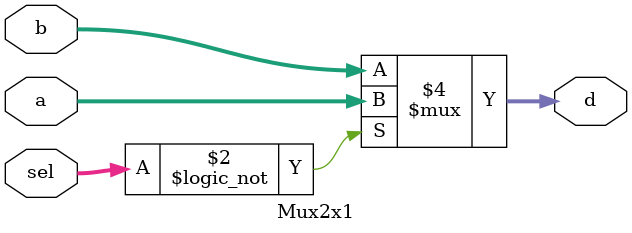
<source format=v>
`timescale 1ns / 1ps

 module Mux2x1 #(parameter WIDTH = 8) (a, b, sel, d);

 input [WIDTH - 1: 0] a; 
 input [WIDTH - 1: 0] b;
 input [WIDTH - 1: 0] sel;
 output [WIDTH - 1: 0] d;
 reg [WIDTH - 1: 0] d;

 always @(a or b or sel)
 if (sel == 1'b0)
 d = a;
 else
 d = b;

 endmodule

</source>
